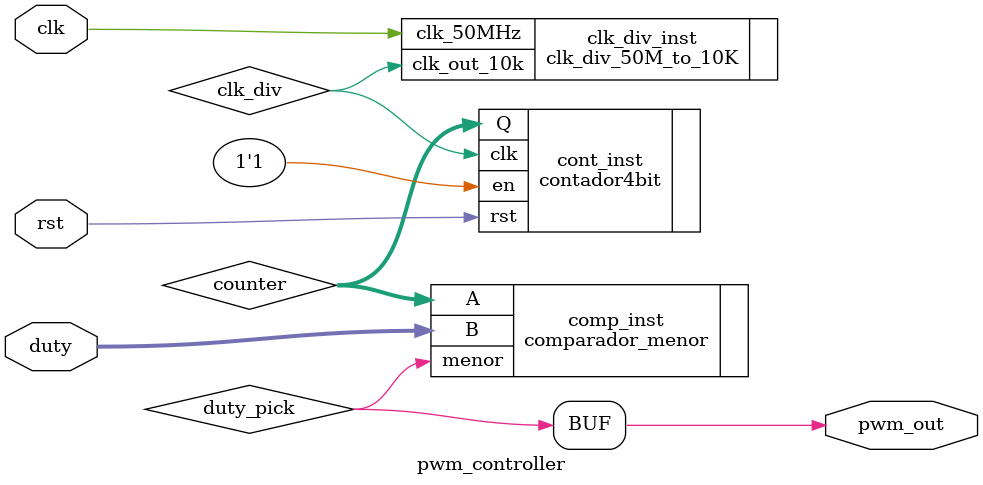
<source format=sv>
module pwm_controller (
    input  logic clk,           // 50 MHz
    input  logic rst,
    input  logic [3:0] duty,    // 0 a 15
    output logic pwm_out
);

    logic clk_div;
    logic [3:0] counter;
    logic duty_pick;

    // Divisor de reloj: genera ticks a 10kHz
    clk_div_50M_to_10K clk_div_inst(
        .clk_50MHz(clk),
        .clk_out_10k(clk_div)
    );

    // Contador de 4 bits: cuenta de 0 a 15
    contador4bit cont_inst(
        .clk(clk_div),
        .rst(rst),
        .en(1'b1),       // contar siempre
        .Q(counter)
    );

    // Comparador: genera señal alta si counter < duty
    comparador_menor comp_inst(
        .A(counter),
        .B(duty),
        .menor(duty_pick)
    );

    // Salida PWM
    assign pwm_out = duty_pick;

endmodule

</source>
